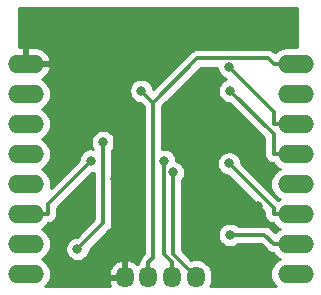
<source format=gbl>
G04 #@! TF.GenerationSoftware,KiCad,Pcbnew,(5.1.2)-1*
G04 #@! TF.CreationDate,2019-06-15T01:06:45+09:00*
G04 #@! TF.ProjectId,ble5,626c6535-2e6b-4696-9361-645f70636258,v1.0*
G04 #@! TF.SameCoordinates,Original*
G04 #@! TF.FileFunction,Copper,L2,Bot*
G04 #@! TF.FilePolarity,Positive*
%FSLAX46Y46*%
G04 Gerber Fmt 4.6, Leading zero omitted, Abs format (unit mm)*
G04 Created by KiCad (PCBNEW (5.1.2)-1) date 2019-06-15 01:06:45*
%MOMM*%
%LPD*%
G04 APERTURE LIST*
%ADD10O,3.048000X1.524000*%
%ADD11O,1.524000X1.800000*%
%ADD12C,0.800000*%
%ADD13C,0.300000*%
%ADD14C,0.254000*%
G04 APERTURE END LIST*
D10*
X114300000Y-44450000D03*
X114300000Y-46990000D03*
X114300000Y-49530000D03*
X114300000Y-52070000D03*
X114300000Y-54610000D03*
X114300000Y-57150000D03*
X114300000Y-59690000D03*
X114300000Y-62230000D03*
X137160000Y-44450000D03*
X137160000Y-46990000D03*
X137160000Y-49530000D03*
X137160000Y-52070000D03*
X137160000Y-54610000D03*
X137160000Y-57150000D03*
X137160000Y-59690000D03*
X137160000Y-62230000D03*
D11*
X128700000Y-62500000D03*
X126700000Y-62500000D03*
X124700000Y-62500000D03*
X122700000Y-62500000D03*
D12*
X121896700Y-54171700D03*
X120400000Y-48675700D03*
X128900000Y-42100000D03*
X121900000Y-42100000D03*
X118100000Y-56400000D03*
X128400000Y-50800000D03*
X123500000Y-50700000D03*
X134000000Y-56500000D03*
X124088900Y-46735000D03*
X120860600Y-51075000D03*
X118681000Y-60117800D03*
X126009300Y-52647400D03*
X119832700Y-52639000D03*
X126762500Y-53630600D03*
X131549800Y-44743100D03*
X131611200Y-46731300D03*
X131530000Y-52871300D03*
X131587400Y-58918900D03*
D13*
X122700000Y-62500000D02*
X122700000Y-61249700D01*
X121896700Y-54171700D02*
X121896700Y-60446400D01*
X121896700Y-60446400D02*
X122700000Y-61249700D01*
X116174300Y-44450000D02*
X121896700Y-50172400D01*
X121896700Y-50172400D02*
X121896700Y-54171700D01*
X114300000Y-44450000D02*
X116174300Y-44450000D01*
X120400000Y-45800000D02*
X120400000Y-48675700D01*
X121900000Y-44300000D02*
X120400000Y-45800000D01*
X121900000Y-42100000D02*
X121900000Y-44300000D01*
X128900000Y-42100000D02*
X121900000Y-42100000D01*
X120400000Y-48675700D02*
X121475700Y-48675700D01*
X121475700Y-48675700D02*
X123500000Y-50700000D01*
X124700000Y-62500000D02*
X124700000Y-61249700D01*
X125073900Y-47720000D02*
X124088900Y-46735000D01*
X135285700Y-44450000D02*
X134825000Y-43989300D01*
X134825000Y-43989300D02*
X128804600Y-43989300D01*
X128804600Y-43989300D02*
X125073900Y-47720000D01*
X125073900Y-47720000D02*
X125073900Y-60875800D01*
X125073900Y-60875800D02*
X124700000Y-61249700D01*
X137160000Y-44450000D02*
X135285700Y-44450000D01*
X118681000Y-60117800D02*
X120860600Y-57938200D01*
X120860600Y-57938200D02*
X120860600Y-51075000D01*
X126009300Y-52647400D02*
X126009300Y-60559000D01*
X126009300Y-60559000D02*
X126700000Y-61249700D01*
X126700000Y-62500000D02*
X126700000Y-61249700D01*
X119832700Y-52639000D02*
X116174300Y-56297400D01*
X116174300Y-56297400D02*
X116174300Y-57150000D01*
X114300000Y-57150000D02*
X116174300Y-57150000D01*
X128700000Y-62500000D02*
X126762500Y-60562500D01*
X126762500Y-60562500D02*
X126762500Y-53630600D01*
X137160000Y-49530000D02*
X135285700Y-49530000D01*
X131549800Y-44743100D02*
X135285700Y-48479000D01*
X135285700Y-48479000D02*
X135285700Y-49530000D01*
X137160000Y-52070000D02*
X135285700Y-52070000D01*
X135285700Y-52070000D02*
X135285700Y-50405800D01*
X135285700Y-50405800D02*
X131611200Y-46731300D01*
X137160000Y-57150000D02*
X135285700Y-57150000D01*
X131530000Y-52871300D02*
X135285700Y-56627000D01*
X135285700Y-56627000D02*
X135285700Y-57150000D01*
X137160000Y-59690000D02*
X135285700Y-59690000D01*
X135285700Y-59690000D02*
X134514700Y-58919000D01*
X134514700Y-58919000D02*
X131587400Y-58919000D01*
X131587400Y-58919000D02*
X131587400Y-58918900D01*
D14*
G36*
X130514800Y-44845039D02*
G01*
X130554574Y-45044998D01*
X130632595Y-45233356D01*
X130745863Y-45402874D01*
X130890026Y-45547037D01*
X131059544Y-45660305D01*
X131247902Y-45738326D01*
X131285710Y-45745846D01*
X131120944Y-45814095D01*
X130951426Y-45927363D01*
X130807263Y-46071526D01*
X130693995Y-46241044D01*
X130615974Y-46429402D01*
X130576200Y-46629361D01*
X130576200Y-46833239D01*
X130615974Y-47033198D01*
X130693995Y-47221556D01*
X130807263Y-47391074D01*
X130951426Y-47535237D01*
X131120944Y-47648505D01*
X131309302Y-47726526D01*
X131509261Y-47766300D01*
X131536043Y-47766300D01*
X134500701Y-50730958D01*
X134500700Y-52031439D01*
X134496902Y-52070000D01*
X134512059Y-52223887D01*
X134556946Y-52371860D01*
X134629838Y-52508233D01*
X134712405Y-52608840D01*
X134727936Y-52627764D01*
X134847467Y-52725862D01*
X134983840Y-52798754D01*
X135131813Y-52843641D01*
X135233947Y-52853701D01*
X135405392Y-53062608D01*
X135618113Y-53237183D01*
X135810471Y-53340000D01*
X135618113Y-53442817D01*
X135405392Y-53617392D01*
X135230817Y-53830113D01*
X135101096Y-54072805D01*
X135021214Y-54336140D01*
X134994241Y-54610000D01*
X135021214Y-54883860D01*
X135101096Y-55147195D01*
X135230817Y-55389887D01*
X135405392Y-55602608D01*
X135618113Y-55777183D01*
X135810471Y-55880000D01*
X135705151Y-55936294D01*
X132565000Y-52796143D01*
X132565000Y-52769361D01*
X132525226Y-52569402D01*
X132447205Y-52381044D01*
X132333937Y-52211526D01*
X132189774Y-52067363D01*
X132020256Y-51954095D01*
X131831898Y-51876074D01*
X131631939Y-51836300D01*
X131428061Y-51836300D01*
X131228102Y-51876074D01*
X131039744Y-51954095D01*
X130870226Y-52067363D01*
X130726063Y-52211526D01*
X130612795Y-52381044D01*
X130534774Y-52569402D01*
X130495000Y-52769361D01*
X130495000Y-52973239D01*
X130534774Y-53173198D01*
X130612795Y-53361556D01*
X130726063Y-53531074D01*
X130870226Y-53675237D01*
X131039744Y-53788505D01*
X131228102Y-53866526D01*
X131428061Y-53906300D01*
X131454843Y-53906300D01*
X134500700Y-56952157D01*
X134500700Y-57111439D01*
X134496902Y-57150000D01*
X134512059Y-57303887D01*
X134556946Y-57451860D01*
X134629838Y-57588233D01*
X134727936Y-57707764D01*
X134847467Y-57805862D01*
X134983840Y-57878754D01*
X135131813Y-57923641D01*
X135233947Y-57933701D01*
X135405392Y-58142608D01*
X135618113Y-58317183D01*
X135810471Y-58420000D01*
X135618113Y-58522817D01*
X135405392Y-58697392D01*
X135404426Y-58698569D01*
X135097047Y-58391190D01*
X135072464Y-58361236D01*
X134952933Y-58263138D01*
X134816560Y-58190246D01*
X134668587Y-58145359D01*
X134553261Y-58134000D01*
X134553253Y-58134000D01*
X134514700Y-58130203D01*
X134476147Y-58134000D01*
X132266211Y-58134000D01*
X132247174Y-58114963D01*
X132077656Y-58001695D01*
X131889298Y-57923674D01*
X131689339Y-57883900D01*
X131485461Y-57883900D01*
X131285502Y-57923674D01*
X131097144Y-58001695D01*
X130927626Y-58114963D01*
X130783463Y-58259126D01*
X130670195Y-58428644D01*
X130592174Y-58617002D01*
X130552400Y-58816961D01*
X130552400Y-59020839D01*
X130592174Y-59220798D01*
X130670195Y-59409156D01*
X130783463Y-59578674D01*
X130927626Y-59722837D01*
X131097144Y-59836105D01*
X131285502Y-59914126D01*
X131485461Y-59953900D01*
X131689339Y-59953900D01*
X131889298Y-59914126D01*
X132077656Y-59836105D01*
X132247174Y-59722837D01*
X132266011Y-59704000D01*
X134189543Y-59704000D01*
X134703353Y-60217810D01*
X134727936Y-60247764D01*
X134847467Y-60345862D01*
X134958321Y-60405114D01*
X134983840Y-60418754D01*
X135131813Y-60463642D01*
X135206726Y-60471020D01*
X135233947Y-60473701D01*
X135405392Y-60682608D01*
X135618113Y-60857183D01*
X135810471Y-60960000D01*
X135618113Y-61062817D01*
X135405392Y-61237392D01*
X135230817Y-61450113D01*
X135101096Y-61692805D01*
X135021214Y-61956140D01*
X134994241Y-62230000D01*
X135021214Y-62503860D01*
X135101096Y-62767195D01*
X135230817Y-63009887D01*
X135405392Y-63222608D01*
X135487510Y-63290000D01*
X129935540Y-63290000D01*
X129996904Y-63175195D01*
X130076786Y-62911860D01*
X130097000Y-62706625D01*
X130097000Y-62293376D01*
X130076786Y-62088141D01*
X129996904Y-61824806D01*
X129867183Y-61582113D01*
X129692608Y-61369392D01*
X129479887Y-61194817D01*
X129237195Y-61065096D01*
X128973860Y-60985214D01*
X128700000Y-60958241D01*
X128426141Y-60985214D01*
X128325807Y-61015650D01*
X127547500Y-60237343D01*
X127547500Y-54309311D01*
X127566437Y-54290374D01*
X127679705Y-54120856D01*
X127757726Y-53932498D01*
X127797500Y-53732539D01*
X127797500Y-53528661D01*
X127757726Y-53328702D01*
X127679705Y-53140344D01*
X127566437Y-52970826D01*
X127422274Y-52826663D01*
X127252756Y-52713395D01*
X127064398Y-52635374D01*
X127044300Y-52631376D01*
X127044300Y-52545461D01*
X127004526Y-52345502D01*
X126926505Y-52157144D01*
X126813237Y-51987626D01*
X126669074Y-51843463D01*
X126499556Y-51730195D01*
X126311198Y-51652174D01*
X126111239Y-51612400D01*
X125907361Y-51612400D01*
X125858900Y-51622039D01*
X125858900Y-48045157D01*
X129129757Y-44774300D01*
X130514800Y-44774300D01*
X130514800Y-44845039D01*
X130514800Y-44845039D01*
G37*
X130514800Y-44845039D02*
X130554574Y-45044998D01*
X130632595Y-45233356D01*
X130745863Y-45402874D01*
X130890026Y-45547037D01*
X131059544Y-45660305D01*
X131247902Y-45738326D01*
X131285710Y-45745846D01*
X131120944Y-45814095D01*
X130951426Y-45927363D01*
X130807263Y-46071526D01*
X130693995Y-46241044D01*
X130615974Y-46429402D01*
X130576200Y-46629361D01*
X130576200Y-46833239D01*
X130615974Y-47033198D01*
X130693995Y-47221556D01*
X130807263Y-47391074D01*
X130951426Y-47535237D01*
X131120944Y-47648505D01*
X131309302Y-47726526D01*
X131509261Y-47766300D01*
X131536043Y-47766300D01*
X134500701Y-50730958D01*
X134500700Y-52031439D01*
X134496902Y-52070000D01*
X134512059Y-52223887D01*
X134556946Y-52371860D01*
X134629838Y-52508233D01*
X134712405Y-52608840D01*
X134727936Y-52627764D01*
X134847467Y-52725862D01*
X134983840Y-52798754D01*
X135131813Y-52843641D01*
X135233947Y-52853701D01*
X135405392Y-53062608D01*
X135618113Y-53237183D01*
X135810471Y-53340000D01*
X135618113Y-53442817D01*
X135405392Y-53617392D01*
X135230817Y-53830113D01*
X135101096Y-54072805D01*
X135021214Y-54336140D01*
X134994241Y-54610000D01*
X135021214Y-54883860D01*
X135101096Y-55147195D01*
X135230817Y-55389887D01*
X135405392Y-55602608D01*
X135618113Y-55777183D01*
X135810471Y-55880000D01*
X135705151Y-55936294D01*
X132565000Y-52796143D01*
X132565000Y-52769361D01*
X132525226Y-52569402D01*
X132447205Y-52381044D01*
X132333937Y-52211526D01*
X132189774Y-52067363D01*
X132020256Y-51954095D01*
X131831898Y-51876074D01*
X131631939Y-51836300D01*
X131428061Y-51836300D01*
X131228102Y-51876074D01*
X131039744Y-51954095D01*
X130870226Y-52067363D01*
X130726063Y-52211526D01*
X130612795Y-52381044D01*
X130534774Y-52569402D01*
X130495000Y-52769361D01*
X130495000Y-52973239D01*
X130534774Y-53173198D01*
X130612795Y-53361556D01*
X130726063Y-53531074D01*
X130870226Y-53675237D01*
X131039744Y-53788505D01*
X131228102Y-53866526D01*
X131428061Y-53906300D01*
X131454843Y-53906300D01*
X134500700Y-56952157D01*
X134500700Y-57111439D01*
X134496902Y-57150000D01*
X134512059Y-57303887D01*
X134556946Y-57451860D01*
X134629838Y-57588233D01*
X134727936Y-57707764D01*
X134847467Y-57805862D01*
X134983840Y-57878754D01*
X135131813Y-57923641D01*
X135233947Y-57933701D01*
X135405392Y-58142608D01*
X135618113Y-58317183D01*
X135810471Y-58420000D01*
X135618113Y-58522817D01*
X135405392Y-58697392D01*
X135404426Y-58698569D01*
X135097047Y-58391190D01*
X135072464Y-58361236D01*
X134952933Y-58263138D01*
X134816560Y-58190246D01*
X134668587Y-58145359D01*
X134553261Y-58134000D01*
X134553253Y-58134000D01*
X134514700Y-58130203D01*
X134476147Y-58134000D01*
X132266211Y-58134000D01*
X132247174Y-58114963D01*
X132077656Y-58001695D01*
X131889298Y-57923674D01*
X131689339Y-57883900D01*
X131485461Y-57883900D01*
X131285502Y-57923674D01*
X131097144Y-58001695D01*
X130927626Y-58114963D01*
X130783463Y-58259126D01*
X130670195Y-58428644D01*
X130592174Y-58617002D01*
X130552400Y-58816961D01*
X130552400Y-59020839D01*
X130592174Y-59220798D01*
X130670195Y-59409156D01*
X130783463Y-59578674D01*
X130927626Y-59722837D01*
X131097144Y-59836105D01*
X131285502Y-59914126D01*
X131485461Y-59953900D01*
X131689339Y-59953900D01*
X131889298Y-59914126D01*
X132077656Y-59836105D01*
X132247174Y-59722837D01*
X132266011Y-59704000D01*
X134189543Y-59704000D01*
X134703353Y-60217810D01*
X134727936Y-60247764D01*
X134847467Y-60345862D01*
X134958321Y-60405114D01*
X134983840Y-60418754D01*
X135131813Y-60463642D01*
X135206726Y-60471020D01*
X135233947Y-60473701D01*
X135405392Y-60682608D01*
X135618113Y-60857183D01*
X135810471Y-60960000D01*
X135618113Y-61062817D01*
X135405392Y-61237392D01*
X135230817Y-61450113D01*
X135101096Y-61692805D01*
X135021214Y-61956140D01*
X134994241Y-62230000D01*
X135021214Y-62503860D01*
X135101096Y-62767195D01*
X135230817Y-63009887D01*
X135405392Y-63222608D01*
X135487510Y-63290000D01*
X129935540Y-63290000D01*
X129996904Y-63175195D01*
X130076786Y-62911860D01*
X130097000Y-62706625D01*
X130097000Y-62293376D01*
X130076786Y-62088141D01*
X129996904Y-61824806D01*
X129867183Y-61582113D01*
X129692608Y-61369392D01*
X129479887Y-61194817D01*
X129237195Y-61065096D01*
X128973860Y-60985214D01*
X128700000Y-60958241D01*
X128426141Y-60985214D01*
X128325807Y-61015650D01*
X127547500Y-60237343D01*
X127547500Y-54309311D01*
X127566437Y-54290374D01*
X127679705Y-54120856D01*
X127757726Y-53932498D01*
X127797500Y-53732539D01*
X127797500Y-53528661D01*
X127757726Y-53328702D01*
X127679705Y-53140344D01*
X127566437Y-52970826D01*
X127422274Y-52826663D01*
X127252756Y-52713395D01*
X127064398Y-52635374D01*
X127044300Y-52631376D01*
X127044300Y-52545461D01*
X127004526Y-52345502D01*
X126926505Y-52157144D01*
X126813237Y-51987626D01*
X126669074Y-51843463D01*
X126499556Y-51730195D01*
X126311198Y-51652174D01*
X126111239Y-51612400D01*
X125907361Y-51612400D01*
X125858900Y-51622039D01*
X125858900Y-48045157D01*
X129129757Y-44774300D01*
X130514800Y-44774300D01*
X130514800Y-44845039D01*
G36*
X137290000Y-41034876D02*
G01*
X137290001Y-41034886D01*
X137290001Y-43053000D01*
X136329375Y-43053000D01*
X136124140Y-43073214D01*
X135860805Y-43153096D01*
X135618113Y-43282817D01*
X135405392Y-43457392D01*
X135404688Y-43458250D01*
X135382764Y-43431536D01*
X135263233Y-43333438D01*
X135126860Y-43260546D01*
X134978887Y-43215659D01*
X134863561Y-43204300D01*
X134863553Y-43204300D01*
X134825000Y-43200503D01*
X134786447Y-43204300D01*
X128843156Y-43204300D01*
X128804600Y-43200503D01*
X128766044Y-43204300D01*
X128766039Y-43204300D01*
X128729073Y-43207941D01*
X128650713Y-43215658D01*
X128502740Y-43260546D01*
X128366367Y-43333438D01*
X128246836Y-43431536D01*
X128222253Y-43461490D01*
X125111752Y-46571991D01*
X125084126Y-46433102D01*
X125006105Y-46244744D01*
X124892837Y-46075226D01*
X124748674Y-45931063D01*
X124579156Y-45817795D01*
X124390798Y-45739774D01*
X124190839Y-45700000D01*
X123986961Y-45700000D01*
X123787002Y-45739774D01*
X123598644Y-45817795D01*
X123429126Y-45931063D01*
X123284963Y-46075226D01*
X123171695Y-46244744D01*
X123093674Y-46433102D01*
X123053900Y-46633061D01*
X123053900Y-46836939D01*
X123093674Y-47036898D01*
X123171695Y-47225256D01*
X123284963Y-47394774D01*
X123429126Y-47538937D01*
X123598644Y-47652205D01*
X123787002Y-47730226D01*
X123986961Y-47770000D01*
X124013743Y-47770000D01*
X124288900Y-48045158D01*
X124288901Y-60550642D01*
X124172185Y-60667358D01*
X124142237Y-60691936D01*
X124117659Y-60721884D01*
X124117655Y-60721888D01*
X124117634Y-60721914D01*
X124044139Y-60811467D01*
X124009752Y-60875801D01*
X123971246Y-60947841D01*
X123926359Y-61095814D01*
X123916300Y-61197947D01*
X123707393Y-61369392D01*
X123694039Y-61385663D01*
X123530330Y-61237865D01*
X123295068Y-61097476D01*
X123043070Y-61007780D01*
X122827000Y-61130280D01*
X122827000Y-62373000D01*
X122847000Y-62373000D01*
X122847000Y-62627000D01*
X122827000Y-62627000D01*
X122827000Y-62647000D01*
X122573000Y-62647000D01*
X122573000Y-62627000D01*
X121461251Y-62627000D01*
X121317986Y-62845752D01*
X121385071Y-63111378D01*
X121469978Y-63290000D01*
X115972490Y-63290000D01*
X116054608Y-63222608D01*
X116229183Y-63009887D01*
X116358904Y-62767195D01*
X116438786Y-62503860D01*
X116465759Y-62230000D01*
X116458299Y-62154248D01*
X121317986Y-62154248D01*
X121461251Y-62373000D01*
X122573000Y-62373000D01*
X122573000Y-61130280D01*
X122356930Y-61007780D01*
X122104932Y-61097476D01*
X121869670Y-61237865D01*
X121666317Y-61421454D01*
X121502688Y-61641188D01*
X121385071Y-61888622D01*
X121317986Y-62154248D01*
X116458299Y-62154248D01*
X116438786Y-61956140D01*
X116358904Y-61692805D01*
X116229183Y-61450113D01*
X116054608Y-61237392D01*
X115841887Y-61062817D01*
X115649529Y-60960000D01*
X115841887Y-60857183D01*
X116054608Y-60682608D01*
X116229183Y-60469887D01*
X116358904Y-60227195D01*
X116438786Y-59963860D01*
X116465759Y-59690000D01*
X116438786Y-59416140D01*
X116358904Y-59152805D01*
X116229183Y-58910113D01*
X116054608Y-58697392D01*
X115841887Y-58522817D01*
X115649529Y-58420000D01*
X115841887Y-58317183D01*
X116054608Y-58142608D01*
X116226053Y-57933701D01*
X116328187Y-57923641D01*
X116476160Y-57878754D01*
X116612533Y-57805862D01*
X116732064Y-57707764D01*
X116830162Y-57588233D01*
X116903054Y-57451860D01*
X116947941Y-57303887D01*
X116959300Y-57188561D01*
X116963098Y-57150000D01*
X116959300Y-57111439D01*
X116959300Y-56622557D01*
X119907858Y-53674000D01*
X119934639Y-53674000D01*
X120075601Y-53645961D01*
X120075600Y-57613043D01*
X118605843Y-59082800D01*
X118579061Y-59082800D01*
X118379102Y-59122574D01*
X118190744Y-59200595D01*
X118021226Y-59313863D01*
X117877063Y-59458026D01*
X117763795Y-59627544D01*
X117685774Y-59815902D01*
X117646000Y-60015861D01*
X117646000Y-60219739D01*
X117685774Y-60419698D01*
X117763795Y-60608056D01*
X117877063Y-60777574D01*
X118021226Y-60921737D01*
X118190744Y-61035005D01*
X118379102Y-61113026D01*
X118579061Y-61152800D01*
X118782939Y-61152800D01*
X118982898Y-61113026D01*
X119171256Y-61035005D01*
X119340774Y-60921737D01*
X119484937Y-60777574D01*
X119598205Y-60608056D01*
X119676226Y-60419698D01*
X119716000Y-60219739D01*
X119716000Y-60192957D01*
X121388411Y-58520546D01*
X121418364Y-58495964D01*
X121516462Y-58376433D01*
X121589354Y-58240060D01*
X121604465Y-58190246D01*
X121634242Y-58092087D01*
X121643144Y-58001695D01*
X121645600Y-57976761D01*
X121645600Y-57976756D01*
X121649397Y-57938200D01*
X121645600Y-57899644D01*
X121645600Y-51753711D01*
X121664537Y-51734774D01*
X121777805Y-51565256D01*
X121855826Y-51376898D01*
X121895600Y-51176939D01*
X121895600Y-50973061D01*
X121855826Y-50773102D01*
X121777805Y-50584744D01*
X121664537Y-50415226D01*
X121520374Y-50271063D01*
X121350856Y-50157795D01*
X121162498Y-50079774D01*
X120962539Y-50040000D01*
X120758661Y-50040000D01*
X120558702Y-50079774D01*
X120370344Y-50157795D01*
X120200826Y-50271063D01*
X120056663Y-50415226D01*
X119943395Y-50584744D01*
X119865374Y-50773102D01*
X119825600Y-50973061D01*
X119825600Y-51176939D01*
X119865374Y-51376898D01*
X119943395Y-51565256D01*
X119974593Y-51611947D01*
X119934639Y-51604000D01*
X119730761Y-51604000D01*
X119530802Y-51643774D01*
X119342444Y-51721795D01*
X119172926Y-51835063D01*
X119028763Y-51979226D01*
X118915495Y-52148744D01*
X118837474Y-52337102D01*
X118797700Y-52537061D01*
X118797700Y-52563842D01*
X116421849Y-54939694D01*
X116438786Y-54883860D01*
X116465759Y-54610000D01*
X116438786Y-54336140D01*
X116358904Y-54072805D01*
X116229183Y-53830113D01*
X116054608Y-53617392D01*
X115841887Y-53442817D01*
X115649529Y-53340000D01*
X115841887Y-53237183D01*
X116054608Y-53062608D01*
X116229183Y-52849887D01*
X116358904Y-52607195D01*
X116438786Y-52343860D01*
X116465759Y-52070000D01*
X116438786Y-51796140D01*
X116358904Y-51532805D01*
X116229183Y-51290113D01*
X116054608Y-51077392D01*
X115841887Y-50902817D01*
X115649529Y-50800000D01*
X115841887Y-50697183D01*
X116054608Y-50522608D01*
X116229183Y-50309887D01*
X116358904Y-50067195D01*
X116438786Y-49803860D01*
X116465759Y-49530000D01*
X116438786Y-49256140D01*
X116358904Y-48992805D01*
X116229183Y-48750113D01*
X116054608Y-48537392D01*
X115841887Y-48362817D01*
X115649529Y-48260000D01*
X115841887Y-48157183D01*
X116054608Y-47982608D01*
X116229183Y-47769887D01*
X116358904Y-47527195D01*
X116438786Y-47263860D01*
X116465759Y-46990000D01*
X116438786Y-46716140D01*
X116358904Y-46452805D01*
X116229183Y-46210113D01*
X116054608Y-45997392D01*
X115841887Y-45822817D01*
X115647587Y-45718962D01*
X115713942Y-45692059D01*
X115943729Y-45541006D01*
X116139632Y-45348026D01*
X116294122Y-45120535D01*
X116401262Y-44867276D01*
X116416220Y-44793070D01*
X116293720Y-44577000D01*
X114427000Y-44577000D01*
X114427000Y-44597000D01*
X114173000Y-44597000D01*
X114173000Y-44577000D01*
X114153000Y-44577000D01*
X114153000Y-44323000D01*
X114173000Y-44323000D01*
X114173000Y-43053000D01*
X114427000Y-43053000D01*
X114427000Y-44323000D01*
X116293720Y-44323000D01*
X116416220Y-44106930D01*
X116401262Y-44032724D01*
X116294122Y-43779465D01*
X116139632Y-43551974D01*
X115943729Y-43358994D01*
X115713942Y-43207941D01*
X115459101Y-43104619D01*
X115189000Y-43053000D01*
X114427000Y-43053000D01*
X114173000Y-43053000D01*
X113710000Y-43053000D01*
X113710000Y-39710000D01*
X137290001Y-39710000D01*
X137290000Y-41034876D01*
X137290000Y-41034876D01*
G37*
X137290000Y-41034876D02*
X137290001Y-41034886D01*
X137290001Y-43053000D01*
X136329375Y-43053000D01*
X136124140Y-43073214D01*
X135860805Y-43153096D01*
X135618113Y-43282817D01*
X135405392Y-43457392D01*
X135404688Y-43458250D01*
X135382764Y-43431536D01*
X135263233Y-43333438D01*
X135126860Y-43260546D01*
X134978887Y-43215659D01*
X134863561Y-43204300D01*
X134863553Y-43204300D01*
X134825000Y-43200503D01*
X134786447Y-43204300D01*
X128843156Y-43204300D01*
X128804600Y-43200503D01*
X128766044Y-43204300D01*
X128766039Y-43204300D01*
X128729073Y-43207941D01*
X128650713Y-43215658D01*
X128502740Y-43260546D01*
X128366367Y-43333438D01*
X128246836Y-43431536D01*
X128222253Y-43461490D01*
X125111752Y-46571991D01*
X125084126Y-46433102D01*
X125006105Y-46244744D01*
X124892837Y-46075226D01*
X124748674Y-45931063D01*
X124579156Y-45817795D01*
X124390798Y-45739774D01*
X124190839Y-45700000D01*
X123986961Y-45700000D01*
X123787002Y-45739774D01*
X123598644Y-45817795D01*
X123429126Y-45931063D01*
X123284963Y-46075226D01*
X123171695Y-46244744D01*
X123093674Y-46433102D01*
X123053900Y-46633061D01*
X123053900Y-46836939D01*
X123093674Y-47036898D01*
X123171695Y-47225256D01*
X123284963Y-47394774D01*
X123429126Y-47538937D01*
X123598644Y-47652205D01*
X123787002Y-47730226D01*
X123986961Y-47770000D01*
X124013743Y-47770000D01*
X124288900Y-48045158D01*
X124288901Y-60550642D01*
X124172185Y-60667358D01*
X124142237Y-60691936D01*
X124117659Y-60721884D01*
X124117655Y-60721888D01*
X124117634Y-60721914D01*
X124044139Y-60811467D01*
X124009752Y-60875801D01*
X123971246Y-60947841D01*
X123926359Y-61095814D01*
X123916300Y-61197947D01*
X123707393Y-61369392D01*
X123694039Y-61385663D01*
X123530330Y-61237865D01*
X123295068Y-61097476D01*
X123043070Y-61007780D01*
X122827000Y-61130280D01*
X122827000Y-62373000D01*
X122847000Y-62373000D01*
X122847000Y-62627000D01*
X122827000Y-62627000D01*
X122827000Y-62647000D01*
X122573000Y-62647000D01*
X122573000Y-62627000D01*
X121461251Y-62627000D01*
X121317986Y-62845752D01*
X121385071Y-63111378D01*
X121469978Y-63290000D01*
X115972490Y-63290000D01*
X116054608Y-63222608D01*
X116229183Y-63009887D01*
X116358904Y-62767195D01*
X116438786Y-62503860D01*
X116465759Y-62230000D01*
X116458299Y-62154248D01*
X121317986Y-62154248D01*
X121461251Y-62373000D01*
X122573000Y-62373000D01*
X122573000Y-61130280D01*
X122356930Y-61007780D01*
X122104932Y-61097476D01*
X121869670Y-61237865D01*
X121666317Y-61421454D01*
X121502688Y-61641188D01*
X121385071Y-61888622D01*
X121317986Y-62154248D01*
X116458299Y-62154248D01*
X116438786Y-61956140D01*
X116358904Y-61692805D01*
X116229183Y-61450113D01*
X116054608Y-61237392D01*
X115841887Y-61062817D01*
X115649529Y-60960000D01*
X115841887Y-60857183D01*
X116054608Y-60682608D01*
X116229183Y-60469887D01*
X116358904Y-60227195D01*
X116438786Y-59963860D01*
X116465759Y-59690000D01*
X116438786Y-59416140D01*
X116358904Y-59152805D01*
X116229183Y-58910113D01*
X116054608Y-58697392D01*
X115841887Y-58522817D01*
X115649529Y-58420000D01*
X115841887Y-58317183D01*
X116054608Y-58142608D01*
X116226053Y-57933701D01*
X116328187Y-57923641D01*
X116476160Y-57878754D01*
X116612533Y-57805862D01*
X116732064Y-57707764D01*
X116830162Y-57588233D01*
X116903054Y-57451860D01*
X116947941Y-57303887D01*
X116959300Y-57188561D01*
X116963098Y-57150000D01*
X116959300Y-57111439D01*
X116959300Y-56622557D01*
X119907858Y-53674000D01*
X119934639Y-53674000D01*
X120075601Y-53645961D01*
X120075600Y-57613043D01*
X118605843Y-59082800D01*
X118579061Y-59082800D01*
X118379102Y-59122574D01*
X118190744Y-59200595D01*
X118021226Y-59313863D01*
X117877063Y-59458026D01*
X117763795Y-59627544D01*
X117685774Y-59815902D01*
X117646000Y-60015861D01*
X117646000Y-60219739D01*
X117685774Y-60419698D01*
X117763795Y-60608056D01*
X117877063Y-60777574D01*
X118021226Y-60921737D01*
X118190744Y-61035005D01*
X118379102Y-61113026D01*
X118579061Y-61152800D01*
X118782939Y-61152800D01*
X118982898Y-61113026D01*
X119171256Y-61035005D01*
X119340774Y-60921737D01*
X119484937Y-60777574D01*
X119598205Y-60608056D01*
X119676226Y-60419698D01*
X119716000Y-60219739D01*
X119716000Y-60192957D01*
X121388411Y-58520546D01*
X121418364Y-58495964D01*
X121516462Y-58376433D01*
X121589354Y-58240060D01*
X121604465Y-58190246D01*
X121634242Y-58092087D01*
X121643144Y-58001695D01*
X121645600Y-57976761D01*
X121645600Y-57976756D01*
X121649397Y-57938200D01*
X121645600Y-57899644D01*
X121645600Y-51753711D01*
X121664537Y-51734774D01*
X121777805Y-51565256D01*
X121855826Y-51376898D01*
X121895600Y-51176939D01*
X121895600Y-50973061D01*
X121855826Y-50773102D01*
X121777805Y-50584744D01*
X121664537Y-50415226D01*
X121520374Y-50271063D01*
X121350856Y-50157795D01*
X121162498Y-50079774D01*
X120962539Y-50040000D01*
X120758661Y-50040000D01*
X120558702Y-50079774D01*
X120370344Y-50157795D01*
X120200826Y-50271063D01*
X120056663Y-50415226D01*
X119943395Y-50584744D01*
X119865374Y-50773102D01*
X119825600Y-50973061D01*
X119825600Y-51176939D01*
X119865374Y-51376898D01*
X119943395Y-51565256D01*
X119974593Y-51611947D01*
X119934639Y-51604000D01*
X119730761Y-51604000D01*
X119530802Y-51643774D01*
X119342444Y-51721795D01*
X119172926Y-51835063D01*
X119028763Y-51979226D01*
X118915495Y-52148744D01*
X118837474Y-52337102D01*
X118797700Y-52537061D01*
X118797700Y-52563842D01*
X116421849Y-54939694D01*
X116438786Y-54883860D01*
X116465759Y-54610000D01*
X116438786Y-54336140D01*
X116358904Y-54072805D01*
X116229183Y-53830113D01*
X116054608Y-53617392D01*
X115841887Y-53442817D01*
X115649529Y-53340000D01*
X115841887Y-53237183D01*
X116054608Y-53062608D01*
X116229183Y-52849887D01*
X116358904Y-52607195D01*
X116438786Y-52343860D01*
X116465759Y-52070000D01*
X116438786Y-51796140D01*
X116358904Y-51532805D01*
X116229183Y-51290113D01*
X116054608Y-51077392D01*
X115841887Y-50902817D01*
X115649529Y-50800000D01*
X115841887Y-50697183D01*
X116054608Y-50522608D01*
X116229183Y-50309887D01*
X116358904Y-50067195D01*
X116438786Y-49803860D01*
X116465759Y-49530000D01*
X116438786Y-49256140D01*
X116358904Y-48992805D01*
X116229183Y-48750113D01*
X116054608Y-48537392D01*
X115841887Y-48362817D01*
X115649529Y-48260000D01*
X115841887Y-48157183D01*
X116054608Y-47982608D01*
X116229183Y-47769887D01*
X116358904Y-47527195D01*
X116438786Y-47263860D01*
X116465759Y-46990000D01*
X116438786Y-46716140D01*
X116358904Y-46452805D01*
X116229183Y-46210113D01*
X116054608Y-45997392D01*
X115841887Y-45822817D01*
X115647587Y-45718962D01*
X115713942Y-45692059D01*
X115943729Y-45541006D01*
X116139632Y-45348026D01*
X116294122Y-45120535D01*
X116401262Y-44867276D01*
X116416220Y-44793070D01*
X116293720Y-44577000D01*
X114427000Y-44577000D01*
X114427000Y-44597000D01*
X114173000Y-44597000D01*
X114173000Y-44577000D01*
X114153000Y-44577000D01*
X114153000Y-44323000D01*
X114173000Y-44323000D01*
X114173000Y-43053000D01*
X114427000Y-43053000D01*
X114427000Y-44323000D01*
X116293720Y-44323000D01*
X116416220Y-44106930D01*
X116401262Y-44032724D01*
X116294122Y-43779465D01*
X116139632Y-43551974D01*
X115943729Y-43358994D01*
X115713942Y-43207941D01*
X115459101Y-43104619D01*
X115189000Y-43053000D01*
X114427000Y-43053000D01*
X114173000Y-43053000D01*
X113710000Y-43053000D01*
X113710000Y-39710000D01*
X137290001Y-39710000D01*
X137290000Y-41034876D01*
M02*

</source>
